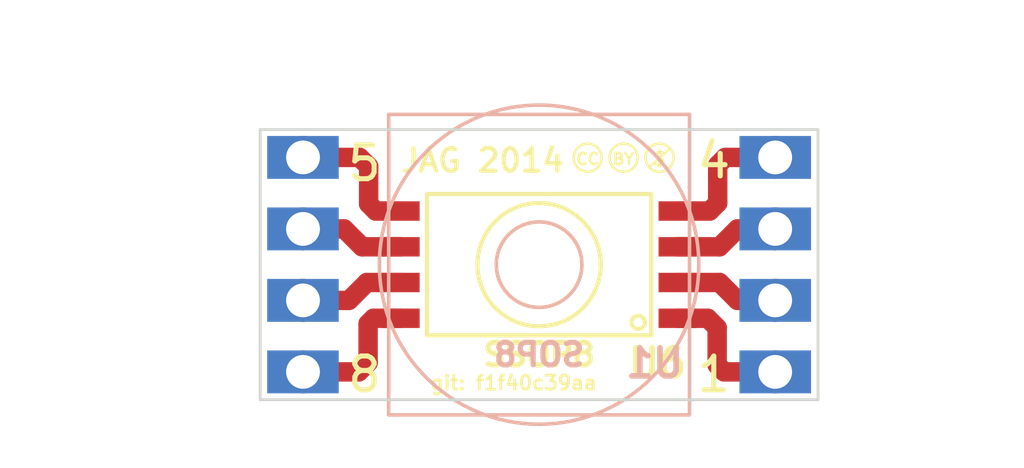
<source format=kicad_pcb>
(kicad_pcb (version 3) (host pcbnew "(2013-jul-07)-stable")

  (general
    (links 8)
    (no_connects 0)
    (area 197.614287 141.450001 236.635715 159.7)
    (thickness 1.6)
    (drawings 14)
    (tracks 48)
    (zones 0)
    (modules 3)
    (nets 9)
  )

  (page A3)
  (title_block 
    (title MAP-Adapter)
    (rev 0.1-alpha)
    (company "git: f1f40c39aa")
  )

  (layers
    (15 F.Cu signal)
    (0 B.Cu signal)
    (16 B.Adhes user)
    (17 F.Adhes user)
    (18 B.Paste user)
    (19 F.Paste user)
    (20 B.SilkS user)
    (21 F.SilkS user)
    (22 B.Mask user)
    (23 F.Mask user)
    (24 Dwgs.User user)
    (25 Cmts.User user)
    (26 Eco1.User user)
    (27 Eco2.User user)
    (28 Edge.Cuts user)
  )

  (setup
    (last_trace_width 0.254)
    (trace_clearance 0.254)
    (zone_clearance 0.508)
    (zone_45_only no)
    (trace_min 0.254)
    (segment_width 0.2)
    (edge_width 0.1)
    (via_size 0.889)
    (via_drill 0.635)
    (via_min_size 0.889)
    (via_min_drill 0.508)
    (uvia_size 0.508)
    (uvia_drill 0.127)
    (uvias_allowed no)
    (uvia_min_size 0.508)
    (uvia_min_drill 0.127)
    (pcb_text_width 0.3)
    (pcb_text_size 1.5 1.5)
    (mod_edge_width 0.15)
    (mod_text_size 1 1)
    (mod_text_width 0.15)
    (pad_size 1.524 1.524)
    (pad_drill 0.8001)
    (pad_to_mask_clearance 0)
    (aux_axis_origin 0 0)
    (visible_elements 7FFFFFFF)
    (pcbplotparams
      (layerselection 284196865)
      (usegerberextensions true)
      (excludeedgelayer true)
      (linewidth 0.150000)
      (plotframeref false)
      (viasonmask false)
      (mode 1)
      (useauxorigin false)
      (hpglpennumber 1)
      (hpglpenspeed 20)
      (hpglpendiameter 15)
      (hpglpenoverlay 2)
      (psnegative false)
      (psa4output false)
      (plotreference true)
      (plotvalue true)
      (plotothertext true)
      (plotinvisibletext false)
      (padsonsilk false)
      (subtractmaskfromsilk false)
      (outputformat 1)
      (mirror false)
      (drillshape 0)
      (scaleselection 1)
      (outputdirectory Gerber/))
  )

  (net 0 "")
  (net 1 /5Vdc)
  (net 2 /GND)
  (net 3 /MAP)
  (net 4 /Pin1)
  (net 5 /Pin5)
  (net 6 /Pin6)
  (net 7 /Pin7)
  (net 8 /Pin8)

  (net_class Default "This is the default net class."
    (clearance 0.254)
    (trace_width 0.254)
    (via_dia 0.889)
    (via_drill 0.635)
    (uvia_dia 0.508)
    (uvia_drill 0.127)
    (add_net "")
  )

  (net_class SSOP ""
    (clearance 0.254)
    (trace_width 0.69)
    (via_dia 1.524)
    (via_drill 1.2)
    (uvia_dia 0.508)
    (uvia_drill 0.127)
    (add_net /5Vdc)
    (add_net /GND)
    (add_net /MAP)
    (add_net /Pin1)
    (add_net /Pin5)
    (add_net /Pin6)
    (add_net /Pin7)
    (add_net /Pin8)
  )

  (module SSOP-8-Freescale (layer F.Cu) (tedit 539E72EB) (tstamp 539BCBF9)
    (at 216.4 150.5)
    (path /539BCE53)
    (fp_text reference U6 (at 4.2 3.5) (layer F.SilkS)
      (effects (font (size 1 1) (thickness 0.2)))
    )
    (fp_text value SSOP8 (at 0 3.2) (layer F.SilkS)
      (effects (font (size 0.8 0.8) (thickness 0.18)))
    )
    (fp_circle (center 0 0) (end 2.15 0.41) (layer F.SilkS) (width 0.15))
    (fp_circle (center 3.52 2.05) (end 3.32 1.92) (layer F.SilkS) (width 0.15))
    (fp_line (start 3.98 2.51) (end 3.98 -2.51) (layer F.SilkS) (width 0.15))
    (fp_line (start 3.98 -2.51) (end -3.98 -2.51) (layer F.SilkS) (width 0.15))
    (fp_line (start -3.98 -2.51) (end -3.98 2.51) (layer F.SilkS) (width 0.15))
    (fp_line (start -3.98 2.51) (end 3.98 2.51) (layer F.SilkS) (width 0.15))
    (fp_circle (center 0 0) (end 1.51892 0) (layer F.SilkS) (width 0.127))
    (pad 1 smd rect (at 4.915 1.905) (size 1.35 0.69)
      (layers F.Cu F.Paste F.Mask)
      (net 4 /Pin1)
    )
    (pad 2 smd rect (at 4.915 0.635) (size 1.35 0.69)
      (layers F.Cu F.Paste F.Mask)
      (net 1 /5Vdc)
    )
    (pad 3 smd rect (at 4.915 -0.635) (size 1.35 0.69)
      (layers F.Cu F.Paste F.Mask)
      (net 2 /GND)
    )
    (pad 4 smd rect (at 4.915 -1.905) (size 1.35 0.69)
      (layers F.Cu F.Paste F.Mask)
      (net 3 /MAP)
    )
    (pad 5 smd rect (at -4.915 -1.905) (size 1.35 0.69)
      (layers F.Cu F.Paste F.Mask)
      (net 5 /Pin5)
    )
    (pad 6 smd rect (at -4.915 -0.635) (size 1.35 0.69)
      (layers F.Cu F.Paste F.Mask)
      (net 6 /Pin6)
    )
    (pad 7 smd rect (at -4.915 0.635) (size 1.35 0.69)
      (layers F.Cu F.Paste F.Mask)
      (net 7 /Pin7)
    )
    (pad 8 smd rect (at -4.915 1.905) (size 1.35 0.69)
      (layers F.Cu F.Paste F.Mask)
      (net 8 /Pin8)
    )
  )

  (module 8-SOP (layer B.Cu) (tedit 539E72F7) (tstamp 539E54E5)
    (at 216.4 150.5 180)
    (path /539E53C4)
    (fp_text reference U1 (at -4.1 -3.5 180) (layer B.SilkS)
      (effects (font (size 1 1) (thickness 0.2)) (justify mirror))
    )
    (fp_text value SOP8 (at 0 -3.2 180) (layer B.SilkS)
      (effects (font (size 0.8 0.8) (thickness 0.18)) (justify mirror))
    )
    (fp_circle (center 0 0) (end 1.51892 0) (layer B.SilkS) (width 0.127))
    (fp_circle (center 0 0) (end 5.66928 0) (layer B.SilkS) (width 0.127))
    (fp_line (start 5.33908 -5.33908) (end -5.33908 -5.33908) (layer B.SilkS) (width 0.127))
    (fp_line (start -5.33908 -5.33908) (end -5.33908 5.33908) (layer B.SilkS) (width 0.127))
    (fp_line (start -5.33908 5.33908) (end 5.33908 5.33908) (layer B.SilkS) (width 0.127))
    (fp_line (start 5.33908 5.33908) (end 5.33908 -5.33908) (layer B.SilkS) (width 0.127))
    (pad 1 smd rect (at 8.382 -3.81 180) (size 2.54 1.524)
      (layers B.Cu B.Paste B.Mask)
      (net 8 /Pin8)
    )
    (pad 2 smd rect (at 8.382 -1.27 180) (size 2.54 1.524)
      (layers B.Cu B.Paste B.Mask)
      (net 7 /Pin7)
    )
    (pad 3 smd rect (at 8.382 1.27 180) (size 2.54 1.524)
      (layers B.Cu B.Paste B.Mask)
      (net 6 /Pin6)
    )
    (pad 4 smd rect (at 8.382 3.81 180) (size 2.54 1.524)
      (layers B.Cu B.Paste B.Mask)
      (net 5 /Pin5)
    )
    (pad 5 smd rect (at -8.382 3.81 180) (size 2.54 1.524)
      (layers B.Cu B.Paste B.Mask)
      (net 3 /MAP)
    )
    (pad 6 smd rect (at -8.382 1.27 180) (size 2.54 1.524)
      (layers B.Cu B.Paste B.Mask)
      (net 2 /GND)
    )
    (pad 7 smd rect (at -8.382 -1.27 180) (size 2.54 1.524)
      (layers B.Cu B.Paste B.Mask)
      (net 1 /5Vdc)
    )
    (pad 8 smd rect (at -8.382 -3.81 180) (size 2.54 1.524)
      (layers B.Cu B.Paste B.Mask)
      (net 4 /Pin1)
    )
  )

  (module CC-BY-NC-logo (layer F.Cu) (tedit 533CBC13) (tstamp 539E73A9)
    (at 219.4 146.7)
    (fp_text reference CC-logo (at -0.1 -0.725) (layer F.SilkS) hide
      (effects (font (size 0.2 0.2) (thickness 0.05)))
    )
    (fp_text value G** (at 0.025 0.75) (layer F.SilkS) hide
      (effects (font (size 0.2 0.2) (thickness 0.05)))
    )
    (fp_line (start 1.65 -0.325) (end 0.925 0.325) (layer F.SilkS) (width 0.08))
    (fp_circle (center 1.275 0) (end 1.275 -0.5) (layer F.SilkS) (width 0.09))
    (fp_circle (center -1.275 0) (end -0.8 -0.15) (layer F.SilkS) (width 0.09))
    (fp_text user CC (at -1.275 0.05) (layer F.SilkS)
      (effects (font (size 0.4 0.4) (thickness 0.09)))
    )
    (fp_circle (center 0 0) (end 0.4 -0.3) (layer F.SilkS) (width 0.09))
    (fp_text user $ (at 1.275 0.05) (layer F.SilkS)
      (effects (font (size 0.45 0.45) (thickness 0.09)))
    )
    (fp_text user BY (at -0.01 0.05) (layer F.SilkS)
      (effects (font (size 0.4 0.4) (thickness 0.09)))
    )
  )

  (gr_text "JAG 2014" (at 214.4 146.8) (layer F.SilkS)
    (effects (font (size 0.8 0.8) (thickness 0.15)))
  )
  (gr_text "git: f1f40c39aa" (at 215.5 154.7) (layer F.SilkS)
    (effects (font (size 0.5 0.5) (thickness 0.1)))
  )
  (dimension 9.6 (width 0.3) (layer Eco1.User)
    (gr_text "0.3780 in" (at 230.95 150.5 90) (layer Eco1.User)
      (effects (font (size 1.5 1.5) (thickness 0.3)))
    )
    (feature1 (pts (xy 226.6 145.7) (xy 232.3 145.7)))
    (feature2 (pts (xy 226.6 155.3) (xy 232.3 155.3)))
    (crossbar (pts (xy 229.6 155.3) (xy 229.6 145.7)))
    (arrow1a (pts (xy 229.6 145.7) (xy 230.18642 146.826503)))
    (arrow1b (pts (xy 229.6 145.7) (xy 229.01358 146.826503)))
    (arrow2a (pts (xy 229.6 155.3) (xy 230.18642 154.173497)))
    (arrow2b (pts (xy 229.6 155.3) (xy 229.01358 154.173497)))
  )
  (dimension 19.8 (width 0.3) (layer Eco1.User)
    (gr_text "0.7795 in" (at 216.4 142.950001) (layer Eco1.User)
      (effects (font (size 1.5 1.5) (thickness 0.3)))
    )
    (feature1 (pts (xy 226.3 145.4) (xy 226.3 141.600001)))
    (feature2 (pts (xy 206.5 145.4) (xy 206.5 141.600001)))
    (crossbar (pts (xy 206.5 144.300001) (xy 226.3 144.300001)))
    (arrow1a (pts (xy 226.3 144.300001) (xy 225.173497 144.886421)))
    (arrow1b (pts (xy 226.3 144.300001) (xy 225.173497 143.713581)))
    (arrow2a (pts (xy 206.5 144.300001) (xy 207.626503 144.886421)))
    (arrow2b (pts (xy 206.5 144.300001) (xy 207.626503 143.713581)))
  )
  (dimension 9.6 (width 0.3) (layer Dwgs.User)
    (gr_text "9.600 mm" (at 203.55 150.5 90) (layer Dwgs.User)
      (effects (font (size 1.5 1.5) (thickness 0.3)))
    )
    (feature1 (pts (xy 206.2 145.7) (xy 202.2 145.7)))
    (feature2 (pts (xy 206.2 155.3) (xy 202.2 155.3)))
    (crossbar (pts (xy 204.9 155.3) (xy 204.9 145.7)))
    (arrow1a (pts (xy 204.9 145.7) (xy 205.48642 146.826503)))
    (arrow1b (pts (xy 204.9 145.7) (xy 204.31358 146.826503)))
    (arrow2a (pts (xy 204.9 155.3) (xy 205.48642 154.173497)))
    (arrow2b (pts (xy 204.9 155.3) (xy 204.31358 154.173497)))
  )
  (dimension 19.8 (width 0.3) (layer Dwgs.User)
    (gr_text "19.800 mm" (at 216.4 158.349999) (layer Dwgs.User)
      (effects (font (size 1.5 1.5) (thickness 0.3)))
    )
    (feature1 (pts (xy 226.3 155.6) (xy 226.3 159.699999)))
    (feature2 (pts (xy 206.5 155.6) (xy 206.5 159.699999)))
    (crossbar (pts (xy 206.5 156.999999) (xy 226.3 156.999999)))
    (arrow1a (pts (xy 226.3 156.999999) (xy 225.173497 157.586419)))
    (arrow1b (pts (xy 226.3 156.999999) (xy 225.173497 156.413579)))
    (arrow2a (pts (xy 206.5 156.999999) (xy 207.626503 157.586419)))
    (arrow2b (pts (xy 206.5 156.999999) (xy 207.626503 156.413579)))
  )
  (gr_line (start 206.5 155.3) (end 206.5 145.7) (angle 90) (layer Edge.Cuts) (width 0.1))
  (gr_line (start 226.3 155.3) (end 206.5 155.3) (angle 90) (layer Edge.Cuts) (width 0.1))
  (gr_line (start 226.3 145.7) (end 226.3 155.3) (angle 90) (layer Edge.Cuts) (width 0.1))
  (gr_line (start 206.5 145.7) (end 226.3 145.7) (angle 90) (layer Edge.Cuts) (width 0.1))
  (gr_text 8 (at 210.2 154.4) (layer F.SilkS)
    (effects (font (size 1.2 1.2) (thickness 0.18)))
  )
  (gr_text 5 (at 210.2 146.9) (layer F.SilkS)
    (effects (font (size 1.2 1.2) (thickness 0.18)))
  )
  (gr_text 4 (at 222.6 146.8) (layer F.SilkS)
    (effects (font (size 1.2 1.2) (thickness 0.18)))
  )
  (gr_text 1 (at 222.6 154.4) (layer F.SilkS)
    (effects (font (size 1.2 1.2) (thickness 0.18)))
  )

  (segment (start 221.315 151.135) (end 222.805 151.135) (width 0.69) (layer F.Cu) (net 1))
  (segment (start 222.805 151.135) (end 223.44 151.77) (width 0.69) (layer F.Cu) (net 1) (tstamp 539E558B))
  (segment (start 223.44 151.77) (end 224.78 151.77) (width 0.69) (layer F.Cu) (net 1) (tstamp 539E558D))
  (via (at 224.78 151.77) (size 1.524) (layers F.Cu B.Cu) (net 1))
  (segment (start 224.78 151.77) (end 224.782 151.77) (width 0.69) (layer B.Cu) (net 1) (tstamp 539E559B))
  (segment (start 221.315 149.865) (end 222.805 149.865) (width 0.69) (layer F.Cu) (net 2))
  (segment (start 222.805 149.865) (end 223.44 149.23) (width 0.69) (layer F.Cu) (net 2) (tstamp 539E5572))
  (segment (start 223.44 149.23) (end 224.78 149.23) (width 0.69) (layer F.Cu) (net 2) (tstamp 539E5574))
  (via (at 224.78 149.23) (size 1.524) (layers F.Cu B.Cu) (net 2))
  (segment (start 224.78 149.23) (end 224.782 149.23) (width 0.69) (layer B.Cu) (net 2) (tstamp 539E557B))
  (segment (start 221.315 148.595) (end 222.455 148.595) (width 0.69) (layer F.Cu) (net 3))
  (segment (start 222.455 148.595) (end 222.74 148.31) (width 0.69) (layer F.Cu) (net 3) (tstamp 539E55A6))
  (segment (start 222.74 148.31) (end 222.74 146.96) (width 0.69) (layer F.Cu) (net 3) (tstamp 539E55A9))
  (segment (start 222.74 146.96) (end 223.01 146.69) (width 0.69) (layer F.Cu) (net 3) (tstamp 539E55AA))
  (segment (start 223.01 146.69) (end 224.78 146.69) (width 0.69) (layer F.Cu) (net 3) (tstamp 539E55AE))
  (via (at 224.78 146.69) (size 1.524) (layers F.Cu B.Cu) (net 3))
  (segment (start 224.78 146.69) (end 224.782 146.69) (width 0.69) (layer B.Cu) (net 3) (tstamp 539E55B5))
  (segment (start 221.315 152.405) (end 222.385 152.405) (width 0.69) (layer F.Cu) (net 4))
  (segment (start 222.385 152.405) (end 222.72 152.74) (width 0.69) (layer F.Cu) (net 4) (tstamp 539E55BC))
  (segment (start 222.72 152.74) (end 222.72 154.06) (width 0.69) (layer F.Cu) (net 4) (tstamp 539E55BE))
  (segment (start 222.72 154.06) (end 222.97 154.31) (width 0.69) (layer F.Cu) (net 4) (tstamp 539E55BF))
  (segment (start 222.97 154.31) (end 224.78 154.31) (width 0.69) (layer F.Cu) (net 4) (tstamp 539E55C2))
  (via (at 224.78 154.31) (size 1.524) (layers F.Cu B.Cu) (net 4))
  (segment (start 224.78 154.31) (end 224.782 154.31) (width 0.69) (layer B.Cu) (net 4) (tstamp 539E55C7))
  (segment (start 211.485 148.595) (end 210.605 148.595) (width 0.69) (layer F.Cu) (net 5))
  (segment (start 210.605 148.595) (end 210.35 148.34) (width 0.69) (layer F.Cu) (net 5) (tstamp 539E55FF))
  (segment (start 210.35 148.34) (end 210.35 147.01) (width 0.69) (layer F.Cu) (net 5) (tstamp 539E5601))
  (segment (start 210.35 147.01) (end 210.03 146.69) (width 0.69) (layer F.Cu) (net 5) (tstamp 539E5602))
  (segment (start 210.03 146.69) (end 208.02 146.69) (width 0.69) (layer F.Cu) (net 5) (tstamp 539E5605))
  (via (at 208.02 146.69) (size 1.524) (layers F.Cu B.Cu) (net 5))
  (segment (start 208.02 146.69) (end 208.018 146.69) (width 0.69) (layer B.Cu) (net 5) (tstamp 539E560B))
  (segment (start 211.485 149.865) (end 210.115 149.865) (width 0.69) (layer F.Cu) (net 6))
  (segment (start 210.115 149.865) (end 209.48 149.23) (width 0.69) (layer F.Cu) (net 6) (tstamp 539E55D2))
  (segment (start 209.48 149.23) (end 208.02 149.23) (width 0.69) (layer F.Cu) (net 6) (tstamp 539E55D3))
  (via (at 208.02 149.23) (size 1.524) (layers F.Cu B.Cu) (net 6))
  (segment (start 208.02 149.23) (end 208.018 149.23) (width 0.69) (layer B.Cu) (net 6) (tstamp 539E55DA))
  (segment (start 211.485 151.135) (end 210.285 151.135) (width 0.69) (layer F.Cu) (net 7))
  (segment (start 210.285 151.135) (end 209.65 151.77) (width 0.69) (layer F.Cu) (net 7) (tstamp 539E55E0))
  (segment (start 209.65 151.77) (end 208.02 151.77) (width 0.69) (layer F.Cu) (net 7) (tstamp 539E55E1))
  (via (at 208.02 151.77) (size 1.524) (layers F.Cu B.Cu) (net 7))
  (segment (start 208.02 151.77) (end 208.018 151.77) (width 0.69) (layer B.Cu) (net 7) (tstamp 539E55E7))
  (segment (start 211.485 152.405) (end 210.525 152.405) (width 0.69) (layer F.Cu) (net 8))
  (segment (start 210.525 152.405) (end 210.33 152.6) (width 0.69) (layer F.Cu) (net 8) (tstamp 539E55EF))
  (segment (start 210.33 152.6) (end 210.33 153.98) (width 0.69) (layer F.Cu) (net 8) (tstamp 539E55F0))
  (segment (start 210.33 153.98) (end 210 154.31) (width 0.69) (layer F.Cu) (net 8) (tstamp 539E55F2))
  (segment (start 210 154.31) (end 208.02 154.31) (width 0.69) (layer F.Cu) (net 8) (tstamp 539E55F3))
  (via (at 208.02 154.31) (size 1.524) (layers F.Cu B.Cu) (net 8))
  (segment (start 208.02 154.31) (end 208.018 154.31) (width 0.69) (layer B.Cu) (net 8) (tstamp 539E55F8))

)

</source>
